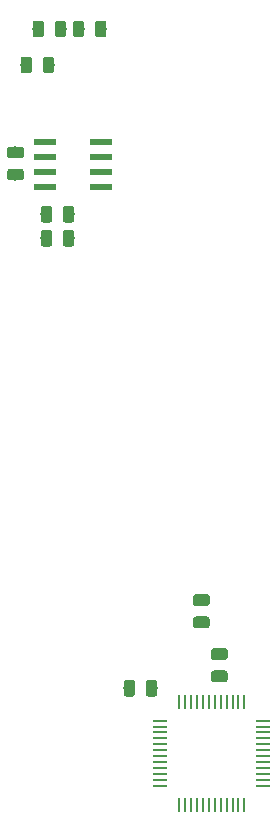
<source format=gtp>
G04 #@! TF.GenerationSoftware,KiCad,Pcbnew,(5.0.2)-1*
G04 #@! TF.CreationDate,2019-03-25T13:47:46+01:00*
G04 #@! TF.ProjectId,board_arm,626f6172-645f-4617-926d-2e6b69636164,rev?*
G04 #@! TF.SameCoordinates,Original*
G04 #@! TF.FileFunction,Paste,Top*
G04 #@! TF.FilePolarity,Positive*
%FSLAX46Y46*%
G04 Gerber Fmt 4.6, Leading zero omitted, Abs format (unit mm)*
G04 Created by KiCad (PCBNEW (5.0.2)-1) date 25/03/2019 13:47:46*
%MOMM*%
%LPD*%
G01*
G04 APERTURE LIST*
%ADD10C,0.100000*%
%ADD11C,0.975000*%
%ADD12R,1.981200X0.558800*%
%ADD13R,0.250000X1.300000*%
%ADD14R,1.300000X0.250000*%
G04 APERTURE END LIST*
D10*
G04 #@! TO.C,LED1*
G36*
X352016142Y-121590674D02*
X352039803Y-121594184D01*
X352063007Y-121599996D01*
X352085529Y-121608054D01*
X352107153Y-121618282D01*
X352127670Y-121630579D01*
X352146883Y-121644829D01*
X352164607Y-121660893D01*
X352180671Y-121678617D01*
X352194921Y-121697830D01*
X352207218Y-121718347D01*
X352217446Y-121739971D01*
X352225504Y-121762493D01*
X352231316Y-121785697D01*
X352234826Y-121809358D01*
X352236000Y-121833250D01*
X352236000Y-122320750D01*
X352234826Y-122344642D01*
X352231316Y-122368303D01*
X352225504Y-122391507D01*
X352217446Y-122414029D01*
X352207218Y-122435653D01*
X352194921Y-122456170D01*
X352180671Y-122475383D01*
X352164607Y-122493107D01*
X352146883Y-122509171D01*
X352127670Y-122523421D01*
X352107153Y-122535718D01*
X352085529Y-122545946D01*
X352063007Y-122554004D01*
X352039803Y-122559816D01*
X352016142Y-122563326D01*
X351992250Y-122564500D01*
X351079750Y-122564500D01*
X351055858Y-122563326D01*
X351032197Y-122559816D01*
X351008993Y-122554004D01*
X350986471Y-122545946D01*
X350964847Y-122535718D01*
X350944330Y-122523421D01*
X350925117Y-122509171D01*
X350907393Y-122493107D01*
X350891329Y-122475383D01*
X350877079Y-122456170D01*
X350864782Y-122435653D01*
X350854554Y-122414029D01*
X350846496Y-122391507D01*
X350840684Y-122368303D01*
X350837174Y-122344642D01*
X350836000Y-122320750D01*
X350836000Y-121833250D01*
X350837174Y-121809358D01*
X350840684Y-121785697D01*
X350846496Y-121762493D01*
X350854554Y-121739971D01*
X350864782Y-121718347D01*
X350877079Y-121697830D01*
X350891329Y-121678617D01*
X350907393Y-121660893D01*
X350925117Y-121644829D01*
X350944330Y-121630579D01*
X350964847Y-121618282D01*
X350986471Y-121608054D01*
X351008993Y-121599996D01*
X351032197Y-121594184D01*
X351055858Y-121590674D01*
X351079750Y-121589500D01*
X351992250Y-121589500D01*
X352016142Y-121590674D01*
X352016142Y-121590674D01*
G37*
D11*
X351536000Y-122077000D03*
D10*
G36*
X352016142Y-123465674D02*
X352039803Y-123469184D01*
X352063007Y-123474996D01*
X352085529Y-123483054D01*
X352107153Y-123493282D01*
X352127670Y-123505579D01*
X352146883Y-123519829D01*
X352164607Y-123535893D01*
X352180671Y-123553617D01*
X352194921Y-123572830D01*
X352207218Y-123593347D01*
X352217446Y-123614971D01*
X352225504Y-123637493D01*
X352231316Y-123660697D01*
X352234826Y-123684358D01*
X352236000Y-123708250D01*
X352236000Y-124195750D01*
X352234826Y-124219642D01*
X352231316Y-124243303D01*
X352225504Y-124266507D01*
X352217446Y-124289029D01*
X352207218Y-124310653D01*
X352194921Y-124331170D01*
X352180671Y-124350383D01*
X352164607Y-124368107D01*
X352146883Y-124384171D01*
X352127670Y-124398421D01*
X352107153Y-124410718D01*
X352085529Y-124420946D01*
X352063007Y-124429004D01*
X352039803Y-124434816D01*
X352016142Y-124438326D01*
X351992250Y-124439500D01*
X351079750Y-124439500D01*
X351055858Y-124438326D01*
X351032197Y-124434816D01*
X351008993Y-124429004D01*
X350986471Y-124420946D01*
X350964847Y-124410718D01*
X350944330Y-124398421D01*
X350925117Y-124384171D01*
X350907393Y-124368107D01*
X350891329Y-124350383D01*
X350877079Y-124331170D01*
X350864782Y-124310653D01*
X350854554Y-124289029D01*
X350846496Y-124266507D01*
X350840684Y-124243303D01*
X350837174Y-124219642D01*
X350836000Y-124195750D01*
X350836000Y-123708250D01*
X350837174Y-123684358D01*
X350840684Y-123660697D01*
X350846496Y-123637493D01*
X350854554Y-123614971D01*
X350864782Y-123593347D01*
X350877079Y-123572830D01*
X350891329Y-123553617D01*
X350907393Y-123535893D01*
X350925117Y-123519829D01*
X350944330Y-123505579D01*
X350964847Y-123493282D01*
X350986471Y-123483054D01*
X351008993Y-123474996D01*
X351032197Y-123469184D01*
X351055858Y-123465674D01*
X351079750Y-123464500D01*
X351992250Y-123464500D01*
X352016142Y-123465674D01*
X352016142Y-123465674D01*
G37*
D11*
X351536000Y-123952000D03*
G04 #@! TD*
D10*
G04 #@! TO.C,R10*
G36*
X350492142Y-117018674D02*
X350515803Y-117022184D01*
X350539007Y-117027996D01*
X350561529Y-117036054D01*
X350583153Y-117046282D01*
X350603670Y-117058579D01*
X350622883Y-117072829D01*
X350640607Y-117088893D01*
X350656671Y-117106617D01*
X350670921Y-117125830D01*
X350683218Y-117146347D01*
X350693446Y-117167971D01*
X350701504Y-117190493D01*
X350707316Y-117213697D01*
X350710826Y-117237358D01*
X350712000Y-117261250D01*
X350712000Y-117748750D01*
X350710826Y-117772642D01*
X350707316Y-117796303D01*
X350701504Y-117819507D01*
X350693446Y-117842029D01*
X350683218Y-117863653D01*
X350670921Y-117884170D01*
X350656671Y-117903383D01*
X350640607Y-117921107D01*
X350622883Y-117937171D01*
X350603670Y-117951421D01*
X350583153Y-117963718D01*
X350561529Y-117973946D01*
X350539007Y-117982004D01*
X350515803Y-117987816D01*
X350492142Y-117991326D01*
X350468250Y-117992500D01*
X349555750Y-117992500D01*
X349531858Y-117991326D01*
X349508197Y-117987816D01*
X349484993Y-117982004D01*
X349462471Y-117973946D01*
X349440847Y-117963718D01*
X349420330Y-117951421D01*
X349401117Y-117937171D01*
X349383393Y-117921107D01*
X349367329Y-117903383D01*
X349353079Y-117884170D01*
X349340782Y-117863653D01*
X349330554Y-117842029D01*
X349322496Y-117819507D01*
X349316684Y-117796303D01*
X349313174Y-117772642D01*
X349312000Y-117748750D01*
X349312000Y-117261250D01*
X349313174Y-117237358D01*
X349316684Y-117213697D01*
X349322496Y-117190493D01*
X349330554Y-117167971D01*
X349340782Y-117146347D01*
X349353079Y-117125830D01*
X349367329Y-117106617D01*
X349383393Y-117088893D01*
X349401117Y-117072829D01*
X349420330Y-117058579D01*
X349440847Y-117046282D01*
X349462471Y-117036054D01*
X349484993Y-117027996D01*
X349508197Y-117022184D01*
X349531858Y-117018674D01*
X349555750Y-117017500D01*
X350468250Y-117017500D01*
X350492142Y-117018674D01*
X350492142Y-117018674D01*
G37*
D11*
X350012000Y-117505000D03*
D10*
G36*
X350492142Y-118893674D02*
X350515803Y-118897184D01*
X350539007Y-118902996D01*
X350561529Y-118911054D01*
X350583153Y-118921282D01*
X350603670Y-118933579D01*
X350622883Y-118947829D01*
X350640607Y-118963893D01*
X350656671Y-118981617D01*
X350670921Y-119000830D01*
X350683218Y-119021347D01*
X350693446Y-119042971D01*
X350701504Y-119065493D01*
X350707316Y-119088697D01*
X350710826Y-119112358D01*
X350712000Y-119136250D01*
X350712000Y-119623750D01*
X350710826Y-119647642D01*
X350707316Y-119671303D01*
X350701504Y-119694507D01*
X350693446Y-119717029D01*
X350683218Y-119738653D01*
X350670921Y-119759170D01*
X350656671Y-119778383D01*
X350640607Y-119796107D01*
X350622883Y-119812171D01*
X350603670Y-119826421D01*
X350583153Y-119838718D01*
X350561529Y-119848946D01*
X350539007Y-119857004D01*
X350515803Y-119862816D01*
X350492142Y-119866326D01*
X350468250Y-119867500D01*
X349555750Y-119867500D01*
X349531858Y-119866326D01*
X349508197Y-119862816D01*
X349484993Y-119857004D01*
X349462471Y-119848946D01*
X349440847Y-119838718D01*
X349420330Y-119826421D01*
X349401117Y-119812171D01*
X349383393Y-119796107D01*
X349367329Y-119778383D01*
X349353079Y-119759170D01*
X349340782Y-119738653D01*
X349330554Y-119717029D01*
X349322496Y-119694507D01*
X349316684Y-119671303D01*
X349313174Y-119647642D01*
X349312000Y-119623750D01*
X349312000Y-119136250D01*
X349313174Y-119112358D01*
X349316684Y-119088697D01*
X349322496Y-119065493D01*
X349330554Y-119042971D01*
X349340782Y-119021347D01*
X349353079Y-119000830D01*
X349367329Y-118981617D01*
X349383393Y-118963893D01*
X349401117Y-118947829D01*
X349420330Y-118933579D01*
X349440847Y-118921282D01*
X349462471Y-118911054D01*
X349484993Y-118902996D01*
X349508197Y-118897184D01*
X349531858Y-118893674D01*
X349555750Y-118892500D01*
X350468250Y-118892500D01*
X350492142Y-118893674D01*
X350492142Y-118893674D01*
G37*
D11*
X350012000Y-119380000D03*
G04 #@! TD*
D12*
G04 #@! TO.C,U3*
X336812400Y-78710000D03*
X336812400Y-79980000D03*
X336812400Y-81250000D03*
X336812400Y-82520000D03*
X341536800Y-82520000D03*
X341536800Y-81250000D03*
X341536800Y-79980000D03*
X341536800Y-78710000D03*
G04 #@! TD*
D10*
G04 #@! TO.C,R5*
G36*
X341755442Y-68445174D02*
X341779103Y-68448684D01*
X341802307Y-68454496D01*
X341824829Y-68462554D01*
X341846453Y-68472782D01*
X341866970Y-68485079D01*
X341886183Y-68499329D01*
X341903907Y-68515393D01*
X341919971Y-68533117D01*
X341934221Y-68552330D01*
X341946518Y-68572847D01*
X341956746Y-68594471D01*
X341964804Y-68616993D01*
X341970616Y-68640197D01*
X341974126Y-68663858D01*
X341975300Y-68687750D01*
X341975300Y-69600250D01*
X341974126Y-69624142D01*
X341970616Y-69647803D01*
X341964804Y-69671007D01*
X341956746Y-69693529D01*
X341946518Y-69715153D01*
X341934221Y-69735670D01*
X341919971Y-69754883D01*
X341903907Y-69772607D01*
X341886183Y-69788671D01*
X341866970Y-69802921D01*
X341846453Y-69815218D01*
X341824829Y-69825446D01*
X341802307Y-69833504D01*
X341779103Y-69839316D01*
X341755442Y-69842826D01*
X341731550Y-69844000D01*
X341244050Y-69844000D01*
X341220158Y-69842826D01*
X341196497Y-69839316D01*
X341173293Y-69833504D01*
X341150771Y-69825446D01*
X341129147Y-69815218D01*
X341108630Y-69802921D01*
X341089417Y-69788671D01*
X341071693Y-69772607D01*
X341055629Y-69754883D01*
X341041379Y-69735670D01*
X341029082Y-69715153D01*
X341018854Y-69693529D01*
X341010796Y-69671007D01*
X341004984Y-69647803D01*
X341001474Y-69624142D01*
X341000300Y-69600250D01*
X341000300Y-68687750D01*
X341001474Y-68663858D01*
X341004984Y-68640197D01*
X341010796Y-68616993D01*
X341018854Y-68594471D01*
X341029082Y-68572847D01*
X341041379Y-68552330D01*
X341055629Y-68533117D01*
X341071693Y-68515393D01*
X341089417Y-68499329D01*
X341108630Y-68485079D01*
X341129147Y-68472782D01*
X341150771Y-68462554D01*
X341173293Y-68454496D01*
X341196497Y-68448684D01*
X341220158Y-68445174D01*
X341244050Y-68444000D01*
X341731550Y-68444000D01*
X341755442Y-68445174D01*
X341755442Y-68445174D01*
G37*
D11*
X341487800Y-69144000D03*
D10*
G36*
X339880442Y-68445174D02*
X339904103Y-68448684D01*
X339927307Y-68454496D01*
X339949829Y-68462554D01*
X339971453Y-68472782D01*
X339991970Y-68485079D01*
X340011183Y-68499329D01*
X340028907Y-68515393D01*
X340044971Y-68533117D01*
X340059221Y-68552330D01*
X340071518Y-68572847D01*
X340081746Y-68594471D01*
X340089804Y-68616993D01*
X340095616Y-68640197D01*
X340099126Y-68663858D01*
X340100300Y-68687750D01*
X340100300Y-69600250D01*
X340099126Y-69624142D01*
X340095616Y-69647803D01*
X340089804Y-69671007D01*
X340081746Y-69693529D01*
X340071518Y-69715153D01*
X340059221Y-69735670D01*
X340044971Y-69754883D01*
X340028907Y-69772607D01*
X340011183Y-69788671D01*
X339991970Y-69802921D01*
X339971453Y-69815218D01*
X339949829Y-69825446D01*
X339927307Y-69833504D01*
X339904103Y-69839316D01*
X339880442Y-69842826D01*
X339856550Y-69844000D01*
X339369050Y-69844000D01*
X339345158Y-69842826D01*
X339321497Y-69839316D01*
X339298293Y-69833504D01*
X339275771Y-69825446D01*
X339254147Y-69815218D01*
X339233630Y-69802921D01*
X339214417Y-69788671D01*
X339196693Y-69772607D01*
X339180629Y-69754883D01*
X339166379Y-69735670D01*
X339154082Y-69715153D01*
X339143854Y-69693529D01*
X339135796Y-69671007D01*
X339129984Y-69647803D01*
X339126474Y-69624142D01*
X339125300Y-69600250D01*
X339125300Y-68687750D01*
X339126474Y-68663858D01*
X339129984Y-68640197D01*
X339135796Y-68616993D01*
X339143854Y-68594471D01*
X339154082Y-68572847D01*
X339166379Y-68552330D01*
X339180629Y-68533117D01*
X339196693Y-68515393D01*
X339214417Y-68499329D01*
X339233630Y-68485079D01*
X339254147Y-68472782D01*
X339275771Y-68462554D01*
X339298293Y-68454496D01*
X339321497Y-68448684D01*
X339345158Y-68445174D01*
X339369050Y-68444000D01*
X339856550Y-68444000D01*
X339880442Y-68445174D01*
X339880442Y-68445174D01*
G37*
D11*
X339612800Y-69144000D03*
G04 #@! TD*
D10*
G04 #@! TO.C,C7*
G36*
X337340442Y-71493174D02*
X337364103Y-71496684D01*
X337387307Y-71502496D01*
X337409829Y-71510554D01*
X337431453Y-71520782D01*
X337451970Y-71533079D01*
X337471183Y-71547329D01*
X337488907Y-71563393D01*
X337504971Y-71581117D01*
X337519221Y-71600330D01*
X337531518Y-71620847D01*
X337541746Y-71642471D01*
X337549804Y-71664993D01*
X337555616Y-71688197D01*
X337559126Y-71711858D01*
X337560300Y-71735750D01*
X337560300Y-72648250D01*
X337559126Y-72672142D01*
X337555616Y-72695803D01*
X337549804Y-72719007D01*
X337541746Y-72741529D01*
X337531518Y-72763153D01*
X337519221Y-72783670D01*
X337504971Y-72802883D01*
X337488907Y-72820607D01*
X337471183Y-72836671D01*
X337451970Y-72850921D01*
X337431453Y-72863218D01*
X337409829Y-72873446D01*
X337387307Y-72881504D01*
X337364103Y-72887316D01*
X337340442Y-72890826D01*
X337316550Y-72892000D01*
X336829050Y-72892000D01*
X336805158Y-72890826D01*
X336781497Y-72887316D01*
X336758293Y-72881504D01*
X336735771Y-72873446D01*
X336714147Y-72863218D01*
X336693630Y-72850921D01*
X336674417Y-72836671D01*
X336656693Y-72820607D01*
X336640629Y-72802883D01*
X336626379Y-72783670D01*
X336614082Y-72763153D01*
X336603854Y-72741529D01*
X336595796Y-72719007D01*
X336589984Y-72695803D01*
X336586474Y-72672142D01*
X336585300Y-72648250D01*
X336585300Y-71735750D01*
X336586474Y-71711858D01*
X336589984Y-71688197D01*
X336595796Y-71664993D01*
X336603854Y-71642471D01*
X336614082Y-71620847D01*
X336626379Y-71600330D01*
X336640629Y-71581117D01*
X336656693Y-71563393D01*
X336674417Y-71547329D01*
X336693630Y-71533079D01*
X336714147Y-71520782D01*
X336735771Y-71510554D01*
X336758293Y-71502496D01*
X336781497Y-71496684D01*
X336805158Y-71493174D01*
X336829050Y-71492000D01*
X337316550Y-71492000D01*
X337340442Y-71493174D01*
X337340442Y-71493174D01*
G37*
D11*
X337072800Y-72192000D03*
D10*
G36*
X335465442Y-71493174D02*
X335489103Y-71496684D01*
X335512307Y-71502496D01*
X335534829Y-71510554D01*
X335556453Y-71520782D01*
X335576970Y-71533079D01*
X335596183Y-71547329D01*
X335613907Y-71563393D01*
X335629971Y-71581117D01*
X335644221Y-71600330D01*
X335656518Y-71620847D01*
X335666746Y-71642471D01*
X335674804Y-71664993D01*
X335680616Y-71688197D01*
X335684126Y-71711858D01*
X335685300Y-71735750D01*
X335685300Y-72648250D01*
X335684126Y-72672142D01*
X335680616Y-72695803D01*
X335674804Y-72719007D01*
X335666746Y-72741529D01*
X335656518Y-72763153D01*
X335644221Y-72783670D01*
X335629971Y-72802883D01*
X335613907Y-72820607D01*
X335596183Y-72836671D01*
X335576970Y-72850921D01*
X335556453Y-72863218D01*
X335534829Y-72873446D01*
X335512307Y-72881504D01*
X335489103Y-72887316D01*
X335465442Y-72890826D01*
X335441550Y-72892000D01*
X334954050Y-72892000D01*
X334930158Y-72890826D01*
X334906497Y-72887316D01*
X334883293Y-72881504D01*
X334860771Y-72873446D01*
X334839147Y-72863218D01*
X334818630Y-72850921D01*
X334799417Y-72836671D01*
X334781693Y-72820607D01*
X334765629Y-72802883D01*
X334751379Y-72783670D01*
X334739082Y-72763153D01*
X334728854Y-72741529D01*
X334720796Y-72719007D01*
X334714984Y-72695803D01*
X334711474Y-72672142D01*
X334710300Y-72648250D01*
X334710300Y-71735750D01*
X334711474Y-71711858D01*
X334714984Y-71688197D01*
X334720796Y-71664993D01*
X334728854Y-71642471D01*
X334739082Y-71620847D01*
X334751379Y-71600330D01*
X334765629Y-71581117D01*
X334781693Y-71563393D01*
X334799417Y-71547329D01*
X334818630Y-71533079D01*
X334839147Y-71520782D01*
X334860771Y-71510554D01*
X334883293Y-71502496D01*
X334906497Y-71496684D01*
X334930158Y-71493174D01*
X334954050Y-71492000D01*
X335441550Y-71492000D01*
X335465442Y-71493174D01*
X335465442Y-71493174D01*
G37*
D11*
X335197800Y-72192000D03*
G04 #@! TD*
D10*
G04 #@! TO.C,C5*
G36*
X344183642Y-124269174D02*
X344207303Y-124272684D01*
X344230507Y-124278496D01*
X344253029Y-124286554D01*
X344274653Y-124296782D01*
X344295170Y-124309079D01*
X344314383Y-124323329D01*
X344332107Y-124339393D01*
X344348171Y-124357117D01*
X344362421Y-124376330D01*
X344374718Y-124396847D01*
X344384946Y-124418471D01*
X344393004Y-124440993D01*
X344398816Y-124464197D01*
X344402326Y-124487858D01*
X344403500Y-124511750D01*
X344403500Y-125424250D01*
X344402326Y-125448142D01*
X344398816Y-125471803D01*
X344393004Y-125495007D01*
X344384946Y-125517529D01*
X344374718Y-125539153D01*
X344362421Y-125559670D01*
X344348171Y-125578883D01*
X344332107Y-125596607D01*
X344314383Y-125612671D01*
X344295170Y-125626921D01*
X344274653Y-125639218D01*
X344253029Y-125649446D01*
X344230507Y-125657504D01*
X344207303Y-125663316D01*
X344183642Y-125666826D01*
X344159750Y-125668000D01*
X343672250Y-125668000D01*
X343648358Y-125666826D01*
X343624697Y-125663316D01*
X343601493Y-125657504D01*
X343578971Y-125649446D01*
X343557347Y-125639218D01*
X343536830Y-125626921D01*
X343517617Y-125612671D01*
X343499893Y-125596607D01*
X343483829Y-125578883D01*
X343469579Y-125559670D01*
X343457282Y-125539153D01*
X343447054Y-125517529D01*
X343438996Y-125495007D01*
X343433184Y-125471803D01*
X343429674Y-125448142D01*
X343428500Y-125424250D01*
X343428500Y-124511750D01*
X343429674Y-124487858D01*
X343433184Y-124464197D01*
X343438996Y-124440993D01*
X343447054Y-124418471D01*
X343457282Y-124396847D01*
X343469579Y-124376330D01*
X343483829Y-124357117D01*
X343499893Y-124339393D01*
X343517617Y-124323329D01*
X343536830Y-124309079D01*
X343557347Y-124296782D01*
X343578971Y-124286554D01*
X343601493Y-124278496D01*
X343624697Y-124272684D01*
X343648358Y-124269174D01*
X343672250Y-124268000D01*
X344159750Y-124268000D01*
X344183642Y-124269174D01*
X344183642Y-124269174D01*
G37*
D11*
X343916000Y-124968000D03*
D10*
G36*
X346058642Y-124269174D02*
X346082303Y-124272684D01*
X346105507Y-124278496D01*
X346128029Y-124286554D01*
X346149653Y-124296782D01*
X346170170Y-124309079D01*
X346189383Y-124323329D01*
X346207107Y-124339393D01*
X346223171Y-124357117D01*
X346237421Y-124376330D01*
X346249718Y-124396847D01*
X346259946Y-124418471D01*
X346268004Y-124440993D01*
X346273816Y-124464197D01*
X346277326Y-124487858D01*
X346278500Y-124511750D01*
X346278500Y-125424250D01*
X346277326Y-125448142D01*
X346273816Y-125471803D01*
X346268004Y-125495007D01*
X346259946Y-125517529D01*
X346249718Y-125539153D01*
X346237421Y-125559670D01*
X346223171Y-125578883D01*
X346207107Y-125596607D01*
X346189383Y-125612671D01*
X346170170Y-125626921D01*
X346149653Y-125639218D01*
X346128029Y-125649446D01*
X346105507Y-125657504D01*
X346082303Y-125663316D01*
X346058642Y-125666826D01*
X346034750Y-125668000D01*
X345547250Y-125668000D01*
X345523358Y-125666826D01*
X345499697Y-125663316D01*
X345476493Y-125657504D01*
X345453971Y-125649446D01*
X345432347Y-125639218D01*
X345411830Y-125626921D01*
X345392617Y-125612671D01*
X345374893Y-125596607D01*
X345358829Y-125578883D01*
X345344579Y-125559670D01*
X345332282Y-125539153D01*
X345322054Y-125517529D01*
X345313996Y-125495007D01*
X345308184Y-125471803D01*
X345304674Y-125448142D01*
X345303500Y-125424250D01*
X345303500Y-124511750D01*
X345304674Y-124487858D01*
X345308184Y-124464197D01*
X345313996Y-124440993D01*
X345322054Y-124418471D01*
X345332282Y-124396847D01*
X345344579Y-124376330D01*
X345358829Y-124357117D01*
X345374893Y-124339393D01*
X345392617Y-124323329D01*
X345411830Y-124309079D01*
X345432347Y-124296782D01*
X345453971Y-124286554D01*
X345476493Y-124278496D01*
X345499697Y-124272684D01*
X345523358Y-124269174D01*
X345547250Y-124268000D01*
X346034750Y-124268000D01*
X346058642Y-124269174D01*
X346058642Y-124269174D01*
G37*
D11*
X345791000Y-124968000D03*
G04 #@! TD*
D10*
G04 #@! TO.C,C8*
G36*
X337158542Y-86169174D02*
X337182203Y-86172684D01*
X337205407Y-86178496D01*
X337227929Y-86186554D01*
X337249553Y-86196782D01*
X337270070Y-86209079D01*
X337289283Y-86223329D01*
X337307007Y-86239393D01*
X337323071Y-86257117D01*
X337337321Y-86276330D01*
X337349618Y-86296847D01*
X337359846Y-86318471D01*
X337367904Y-86340993D01*
X337373716Y-86364197D01*
X337377226Y-86387858D01*
X337378400Y-86411750D01*
X337378400Y-87324250D01*
X337377226Y-87348142D01*
X337373716Y-87371803D01*
X337367904Y-87395007D01*
X337359846Y-87417529D01*
X337349618Y-87439153D01*
X337337321Y-87459670D01*
X337323071Y-87478883D01*
X337307007Y-87496607D01*
X337289283Y-87512671D01*
X337270070Y-87526921D01*
X337249553Y-87539218D01*
X337227929Y-87549446D01*
X337205407Y-87557504D01*
X337182203Y-87563316D01*
X337158542Y-87566826D01*
X337134650Y-87568000D01*
X336647150Y-87568000D01*
X336623258Y-87566826D01*
X336599597Y-87563316D01*
X336576393Y-87557504D01*
X336553871Y-87549446D01*
X336532247Y-87539218D01*
X336511730Y-87526921D01*
X336492517Y-87512671D01*
X336474793Y-87496607D01*
X336458729Y-87478883D01*
X336444479Y-87459670D01*
X336432182Y-87439153D01*
X336421954Y-87417529D01*
X336413896Y-87395007D01*
X336408084Y-87371803D01*
X336404574Y-87348142D01*
X336403400Y-87324250D01*
X336403400Y-86411750D01*
X336404574Y-86387858D01*
X336408084Y-86364197D01*
X336413896Y-86340993D01*
X336421954Y-86318471D01*
X336432182Y-86296847D01*
X336444479Y-86276330D01*
X336458729Y-86257117D01*
X336474793Y-86239393D01*
X336492517Y-86223329D01*
X336511730Y-86209079D01*
X336532247Y-86196782D01*
X336553871Y-86186554D01*
X336576393Y-86178496D01*
X336599597Y-86172684D01*
X336623258Y-86169174D01*
X336647150Y-86168000D01*
X337134650Y-86168000D01*
X337158542Y-86169174D01*
X337158542Y-86169174D01*
G37*
D11*
X336890900Y-86868000D03*
D10*
G36*
X339033542Y-86169174D02*
X339057203Y-86172684D01*
X339080407Y-86178496D01*
X339102929Y-86186554D01*
X339124553Y-86196782D01*
X339145070Y-86209079D01*
X339164283Y-86223329D01*
X339182007Y-86239393D01*
X339198071Y-86257117D01*
X339212321Y-86276330D01*
X339224618Y-86296847D01*
X339234846Y-86318471D01*
X339242904Y-86340993D01*
X339248716Y-86364197D01*
X339252226Y-86387858D01*
X339253400Y-86411750D01*
X339253400Y-87324250D01*
X339252226Y-87348142D01*
X339248716Y-87371803D01*
X339242904Y-87395007D01*
X339234846Y-87417529D01*
X339224618Y-87439153D01*
X339212321Y-87459670D01*
X339198071Y-87478883D01*
X339182007Y-87496607D01*
X339164283Y-87512671D01*
X339145070Y-87526921D01*
X339124553Y-87539218D01*
X339102929Y-87549446D01*
X339080407Y-87557504D01*
X339057203Y-87563316D01*
X339033542Y-87566826D01*
X339009650Y-87568000D01*
X338522150Y-87568000D01*
X338498258Y-87566826D01*
X338474597Y-87563316D01*
X338451393Y-87557504D01*
X338428871Y-87549446D01*
X338407247Y-87539218D01*
X338386730Y-87526921D01*
X338367517Y-87512671D01*
X338349793Y-87496607D01*
X338333729Y-87478883D01*
X338319479Y-87459670D01*
X338307182Y-87439153D01*
X338296954Y-87417529D01*
X338288896Y-87395007D01*
X338283084Y-87371803D01*
X338279574Y-87348142D01*
X338278400Y-87324250D01*
X338278400Y-86411750D01*
X338279574Y-86387858D01*
X338283084Y-86364197D01*
X338288896Y-86340993D01*
X338296954Y-86318471D01*
X338307182Y-86296847D01*
X338319479Y-86276330D01*
X338333729Y-86257117D01*
X338349793Y-86239393D01*
X338367517Y-86223329D01*
X338386730Y-86209079D01*
X338407247Y-86196782D01*
X338428871Y-86186554D01*
X338451393Y-86178496D01*
X338474597Y-86172684D01*
X338498258Y-86169174D01*
X338522150Y-86168000D01*
X339009650Y-86168000D01*
X339033542Y-86169174D01*
X339033542Y-86169174D01*
G37*
D11*
X338765900Y-86868000D03*
G04 #@! TD*
D10*
G04 #@! TO.C,C9*
G36*
X337158542Y-84137174D02*
X337182203Y-84140684D01*
X337205407Y-84146496D01*
X337227929Y-84154554D01*
X337249553Y-84164782D01*
X337270070Y-84177079D01*
X337289283Y-84191329D01*
X337307007Y-84207393D01*
X337323071Y-84225117D01*
X337337321Y-84244330D01*
X337349618Y-84264847D01*
X337359846Y-84286471D01*
X337367904Y-84308993D01*
X337373716Y-84332197D01*
X337377226Y-84355858D01*
X337378400Y-84379750D01*
X337378400Y-85292250D01*
X337377226Y-85316142D01*
X337373716Y-85339803D01*
X337367904Y-85363007D01*
X337359846Y-85385529D01*
X337349618Y-85407153D01*
X337337321Y-85427670D01*
X337323071Y-85446883D01*
X337307007Y-85464607D01*
X337289283Y-85480671D01*
X337270070Y-85494921D01*
X337249553Y-85507218D01*
X337227929Y-85517446D01*
X337205407Y-85525504D01*
X337182203Y-85531316D01*
X337158542Y-85534826D01*
X337134650Y-85536000D01*
X336647150Y-85536000D01*
X336623258Y-85534826D01*
X336599597Y-85531316D01*
X336576393Y-85525504D01*
X336553871Y-85517446D01*
X336532247Y-85507218D01*
X336511730Y-85494921D01*
X336492517Y-85480671D01*
X336474793Y-85464607D01*
X336458729Y-85446883D01*
X336444479Y-85427670D01*
X336432182Y-85407153D01*
X336421954Y-85385529D01*
X336413896Y-85363007D01*
X336408084Y-85339803D01*
X336404574Y-85316142D01*
X336403400Y-85292250D01*
X336403400Y-84379750D01*
X336404574Y-84355858D01*
X336408084Y-84332197D01*
X336413896Y-84308993D01*
X336421954Y-84286471D01*
X336432182Y-84264847D01*
X336444479Y-84244330D01*
X336458729Y-84225117D01*
X336474793Y-84207393D01*
X336492517Y-84191329D01*
X336511730Y-84177079D01*
X336532247Y-84164782D01*
X336553871Y-84154554D01*
X336576393Y-84146496D01*
X336599597Y-84140684D01*
X336623258Y-84137174D01*
X336647150Y-84136000D01*
X337134650Y-84136000D01*
X337158542Y-84137174D01*
X337158542Y-84137174D01*
G37*
D11*
X336890900Y-84836000D03*
D10*
G36*
X339033542Y-84137174D02*
X339057203Y-84140684D01*
X339080407Y-84146496D01*
X339102929Y-84154554D01*
X339124553Y-84164782D01*
X339145070Y-84177079D01*
X339164283Y-84191329D01*
X339182007Y-84207393D01*
X339198071Y-84225117D01*
X339212321Y-84244330D01*
X339224618Y-84264847D01*
X339234846Y-84286471D01*
X339242904Y-84308993D01*
X339248716Y-84332197D01*
X339252226Y-84355858D01*
X339253400Y-84379750D01*
X339253400Y-85292250D01*
X339252226Y-85316142D01*
X339248716Y-85339803D01*
X339242904Y-85363007D01*
X339234846Y-85385529D01*
X339224618Y-85407153D01*
X339212321Y-85427670D01*
X339198071Y-85446883D01*
X339182007Y-85464607D01*
X339164283Y-85480671D01*
X339145070Y-85494921D01*
X339124553Y-85507218D01*
X339102929Y-85517446D01*
X339080407Y-85525504D01*
X339057203Y-85531316D01*
X339033542Y-85534826D01*
X339009650Y-85536000D01*
X338522150Y-85536000D01*
X338498258Y-85534826D01*
X338474597Y-85531316D01*
X338451393Y-85525504D01*
X338428871Y-85517446D01*
X338407247Y-85507218D01*
X338386730Y-85494921D01*
X338367517Y-85480671D01*
X338349793Y-85464607D01*
X338333729Y-85446883D01*
X338319479Y-85427670D01*
X338307182Y-85407153D01*
X338296954Y-85385529D01*
X338288896Y-85363007D01*
X338283084Y-85339803D01*
X338279574Y-85316142D01*
X338278400Y-85292250D01*
X338278400Y-84379750D01*
X338279574Y-84355858D01*
X338283084Y-84332197D01*
X338288896Y-84308993D01*
X338296954Y-84286471D01*
X338307182Y-84264847D01*
X338319479Y-84244330D01*
X338333729Y-84225117D01*
X338349793Y-84207393D01*
X338367517Y-84191329D01*
X338386730Y-84177079D01*
X338407247Y-84164782D01*
X338428871Y-84154554D01*
X338451393Y-84146496D01*
X338474597Y-84140684D01*
X338498258Y-84137174D01*
X338522150Y-84136000D01*
X339009650Y-84136000D01*
X339033542Y-84137174D01*
X339033542Y-84137174D01*
G37*
D11*
X338765900Y-84836000D03*
G04 #@! TD*
D10*
G04 #@! TO.C,R2*
G36*
X334752542Y-79112674D02*
X334776203Y-79116184D01*
X334799407Y-79121996D01*
X334821929Y-79130054D01*
X334843553Y-79140282D01*
X334864070Y-79152579D01*
X334883283Y-79166829D01*
X334901007Y-79182893D01*
X334917071Y-79200617D01*
X334931321Y-79219830D01*
X334943618Y-79240347D01*
X334953846Y-79261971D01*
X334961904Y-79284493D01*
X334967716Y-79307697D01*
X334971226Y-79331358D01*
X334972400Y-79355250D01*
X334972400Y-79842750D01*
X334971226Y-79866642D01*
X334967716Y-79890303D01*
X334961904Y-79913507D01*
X334953846Y-79936029D01*
X334943618Y-79957653D01*
X334931321Y-79978170D01*
X334917071Y-79997383D01*
X334901007Y-80015107D01*
X334883283Y-80031171D01*
X334864070Y-80045421D01*
X334843553Y-80057718D01*
X334821929Y-80067946D01*
X334799407Y-80076004D01*
X334776203Y-80081816D01*
X334752542Y-80085326D01*
X334728650Y-80086500D01*
X333816150Y-80086500D01*
X333792258Y-80085326D01*
X333768597Y-80081816D01*
X333745393Y-80076004D01*
X333722871Y-80067946D01*
X333701247Y-80057718D01*
X333680730Y-80045421D01*
X333661517Y-80031171D01*
X333643793Y-80015107D01*
X333627729Y-79997383D01*
X333613479Y-79978170D01*
X333601182Y-79957653D01*
X333590954Y-79936029D01*
X333582896Y-79913507D01*
X333577084Y-79890303D01*
X333573574Y-79866642D01*
X333572400Y-79842750D01*
X333572400Y-79355250D01*
X333573574Y-79331358D01*
X333577084Y-79307697D01*
X333582896Y-79284493D01*
X333590954Y-79261971D01*
X333601182Y-79240347D01*
X333613479Y-79219830D01*
X333627729Y-79200617D01*
X333643793Y-79182893D01*
X333661517Y-79166829D01*
X333680730Y-79152579D01*
X333701247Y-79140282D01*
X333722871Y-79130054D01*
X333745393Y-79121996D01*
X333768597Y-79116184D01*
X333792258Y-79112674D01*
X333816150Y-79111500D01*
X334728650Y-79111500D01*
X334752542Y-79112674D01*
X334752542Y-79112674D01*
G37*
D11*
X334272400Y-79599000D03*
D10*
G36*
X334752542Y-80987674D02*
X334776203Y-80991184D01*
X334799407Y-80996996D01*
X334821929Y-81005054D01*
X334843553Y-81015282D01*
X334864070Y-81027579D01*
X334883283Y-81041829D01*
X334901007Y-81057893D01*
X334917071Y-81075617D01*
X334931321Y-81094830D01*
X334943618Y-81115347D01*
X334953846Y-81136971D01*
X334961904Y-81159493D01*
X334967716Y-81182697D01*
X334971226Y-81206358D01*
X334972400Y-81230250D01*
X334972400Y-81717750D01*
X334971226Y-81741642D01*
X334967716Y-81765303D01*
X334961904Y-81788507D01*
X334953846Y-81811029D01*
X334943618Y-81832653D01*
X334931321Y-81853170D01*
X334917071Y-81872383D01*
X334901007Y-81890107D01*
X334883283Y-81906171D01*
X334864070Y-81920421D01*
X334843553Y-81932718D01*
X334821929Y-81942946D01*
X334799407Y-81951004D01*
X334776203Y-81956816D01*
X334752542Y-81960326D01*
X334728650Y-81961500D01*
X333816150Y-81961500D01*
X333792258Y-81960326D01*
X333768597Y-81956816D01*
X333745393Y-81951004D01*
X333722871Y-81942946D01*
X333701247Y-81932718D01*
X333680730Y-81920421D01*
X333661517Y-81906171D01*
X333643793Y-81890107D01*
X333627729Y-81872383D01*
X333613479Y-81853170D01*
X333601182Y-81832653D01*
X333590954Y-81811029D01*
X333582896Y-81788507D01*
X333577084Y-81765303D01*
X333573574Y-81741642D01*
X333572400Y-81717750D01*
X333572400Y-81230250D01*
X333573574Y-81206358D01*
X333577084Y-81182697D01*
X333582896Y-81159493D01*
X333590954Y-81136971D01*
X333601182Y-81115347D01*
X333613479Y-81094830D01*
X333627729Y-81075617D01*
X333643793Y-81057893D01*
X333661517Y-81041829D01*
X333680730Y-81027579D01*
X333701247Y-81015282D01*
X333722871Y-81005054D01*
X333745393Y-80996996D01*
X333768597Y-80991184D01*
X333792258Y-80987674D01*
X333816150Y-80986500D01*
X334728650Y-80986500D01*
X334752542Y-80987674D01*
X334752542Y-80987674D01*
G37*
D11*
X334272400Y-81474000D03*
G04 #@! TD*
D10*
G04 #@! TO.C,R4*
G36*
X338356442Y-68445174D02*
X338380103Y-68448684D01*
X338403307Y-68454496D01*
X338425829Y-68462554D01*
X338447453Y-68472782D01*
X338467970Y-68485079D01*
X338487183Y-68499329D01*
X338504907Y-68515393D01*
X338520971Y-68533117D01*
X338535221Y-68552330D01*
X338547518Y-68572847D01*
X338557746Y-68594471D01*
X338565804Y-68616993D01*
X338571616Y-68640197D01*
X338575126Y-68663858D01*
X338576300Y-68687750D01*
X338576300Y-69600250D01*
X338575126Y-69624142D01*
X338571616Y-69647803D01*
X338565804Y-69671007D01*
X338557746Y-69693529D01*
X338547518Y-69715153D01*
X338535221Y-69735670D01*
X338520971Y-69754883D01*
X338504907Y-69772607D01*
X338487183Y-69788671D01*
X338467970Y-69802921D01*
X338447453Y-69815218D01*
X338425829Y-69825446D01*
X338403307Y-69833504D01*
X338380103Y-69839316D01*
X338356442Y-69842826D01*
X338332550Y-69844000D01*
X337845050Y-69844000D01*
X337821158Y-69842826D01*
X337797497Y-69839316D01*
X337774293Y-69833504D01*
X337751771Y-69825446D01*
X337730147Y-69815218D01*
X337709630Y-69802921D01*
X337690417Y-69788671D01*
X337672693Y-69772607D01*
X337656629Y-69754883D01*
X337642379Y-69735670D01*
X337630082Y-69715153D01*
X337619854Y-69693529D01*
X337611796Y-69671007D01*
X337605984Y-69647803D01*
X337602474Y-69624142D01*
X337601300Y-69600250D01*
X337601300Y-68687750D01*
X337602474Y-68663858D01*
X337605984Y-68640197D01*
X337611796Y-68616993D01*
X337619854Y-68594471D01*
X337630082Y-68572847D01*
X337642379Y-68552330D01*
X337656629Y-68533117D01*
X337672693Y-68515393D01*
X337690417Y-68499329D01*
X337709630Y-68485079D01*
X337730147Y-68472782D01*
X337751771Y-68462554D01*
X337774293Y-68454496D01*
X337797497Y-68448684D01*
X337821158Y-68445174D01*
X337845050Y-68444000D01*
X338332550Y-68444000D01*
X338356442Y-68445174D01*
X338356442Y-68445174D01*
G37*
D11*
X338088800Y-69144000D03*
D10*
G36*
X336481442Y-68445174D02*
X336505103Y-68448684D01*
X336528307Y-68454496D01*
X336550829Y-68462554D01*
X336572453Y-68472782D01*
X336592970Y-68485079D01*
X336612183Y-68499329D01*
X336629907Y-68515393D01*
X336645971Y-68533117D01*
X336660221Y-68552330D01*
X336672518Y-68572847D01*
X336682746Y-68594471D01*
X336690804Y-68616993D01*
X336696616Y-68640197D01*
X336700126Y-68663858D01*
X336701300Y-68687750D01*
X336701300Y-69600250D01*
X336700126Y-69624142D01*
X336696616Y-69647803D01*
X336690804Y-69671007D01*
X336682746Y-69693529D01*
X336672518Y-69715153D01*
X336660221Y-69735670D01*
X336645971Y-69754883D01*
X336629907Y-69772607D01*
X336612183Y-69788671D01*
X336592970Y-69802921D01*
X336572453Y-69815218D01*
X336550829Y-69825446D01*
X336528307Y-69833504D01*
X336505103Y-69839316D01*
X336481442Y-69842826D01*
X336457550Y-69844000D01*
X335970050Y-69844000D01*
X335946158Y-69842826D01*
X335922497Y-69839316D01*
X335899293Y-69833504D01*
X335876771Y-69825446D01*
X335855147Y-69815218D01*
X335834630Y-69802921D01*
X335815417Y-69788671D01*
X335797693Y-69772607D01*
X335781629Y-69754883D01*
X335767379Y-69735670D01*
X335755082Y-69715153D01*
X335744854Y-69693529D01*
X335736796Y-69671007D01*
X335730984Y-69647803D01*
X335727474Y-69624142D01*
X335726300Y-69600250D01*
X335726300Y-68687750D01*
X335727474Y-68663858D01*
X335730984Y-68640197D01*
X335736796Y-68616993D01*
X335744854Y-68594471D01*
X335755082Y-68572847D01*
X335767379Y-68552330D01*
X335781629Y-68533117D01*
X335797693Y-68515393D01*
X335815417Y-68499329D01*
X335834630Y-68485079D01*
X335855147Y-68472782D01*
X335876771Y-68462554D01*
X335899293Y-68454496D01*
X335922497Y-68448684D01*
X335946158Y-68445174D01*
X335970050Y-68444000D01*
X336457550Y-68444000D01*
X336481442Y-68445174D01*
X336481442Y-68445174D01*
G37*
D11*
X336213800Y-69144000D03*
G04 #@! TD*
D13*
G04 #@! TO.C,U1*
X348150482Y-134811484D03*
X348650482Y-134811484D03*
X349150482Y-134811484D03*
X349650482Y-134811484D03*
X350150482Y-134811484D03*
X350650482Y-134811484D03*
X351150482Y-134811484D03*
X351650482Y-134811484D03*
X352150482Y-134811484D03*
X352650482Y-134811484D03*
X353150482Y-134811484D03*
X353650482Y-134811484D03*
D14*
X355250482Y-133211484D03*
X355250482Y-132711484D03*
X355250482Y-132211484D03*
X355250482Y-131711484D03*
X355250482Y-131211484D03*
X355250482Y-130711484D03*
X355250482Y-130211484D03*
X355250482Y-129711484D03*
X355250482Y-129211484D03*
X355250482Y-128711484D03*
X355250482Y-128211484D03*
X355250482Y-127711484D03*
D13*
X353650482Y-126111484D03*
X353150482Y-126111484D03*
X352650482Y-126111484D03*
X352150482Y-126111484D03*
X351650482Y-126111484D03*
X351150482Y-126111484D03*
X350650482Y-126111484D03*
X350150482Y-126111484D03*
X349650482Y-126111484D03*
X349150482Y-126111484D03*
X348650482Y-126111484D03*
X348150482Y-126111484D03*
D14*
X346550482Y-127711484D03*
X346550482Y-128211484D03*
X346550482Y-128711484D03*
X346550482Y-129211484D03*
X346550482Y-129711484D03*
X346550482Y-130211484D03*
X346550482Y-130711484D03*
X346550482Y-131211484D03*
X346550482Y-131711484D03*
X346550482Y-132211484D03*
X346550482Y-132711484D03*
X346550482Y-133211484D03*
G04 #@! TD*
M02*

</source>
